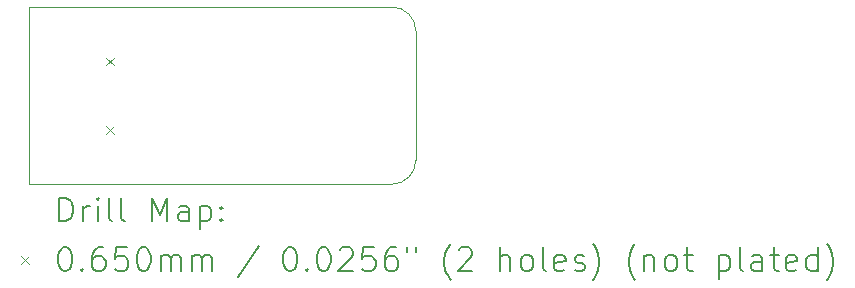
<source format=gbr>
%TF.GenerationSoftware,KiCad,Pcbnew,9.0.4*%
%TF.CreationDate,2025-08-24T10:48:39+01:00*%
%TF.ProjectId,usbc-7seg,75736263-2d37-4736-9567-2e6b69636164,rev?*%
%TF.SameCoordinates,Original*%
%TF.FileFunction,Drillmap*%
%TF.FilePolarity,Positive*%
%FSLAX45Y45*%
G04 Gerber Fmt 4.5, Leading zero omitted, Abs format (unit mm)*
G04 Created by KiCad (PCBNEW 9.0.4) date 2025-08-24 10:48:39*
%MOMM*%
%LPD*%
G01*
G04 APERTURE LIST*
%ADD10C,0.050000*%
%ADD11C,0.200000*%
%ADD12C,0.100000*%
G04 APERTURE END LIST*
D10*
X15700000Y-11098580D02*
X15700000Y-11100000D01*
X15900000Y-10898580D02*
G75*
G02*
X15700000Y-11098580I-200000J0D01*
G01*
X15700000Y-9600000D02*
G75*
G02*
X15900000Y-9800000I0J-200000D01*
G01*
X12625000Y-9600000D02*
X12625000Y-11100000D01*
X12625000Y-11100000D02*
X15700000Y-11100000D01*
X15900000Y-10898580D02*
X15900000Y-9800000D01*
X15700000Y-9600000D02*
X12625000Y-9600000D01*
D11*
D12*
X13278000Y-10028500D02*
X13343000Y-10093500D01*
X13343000Y-10028500D02*
X13278000Y-10093500D01*
X13278000Y-10606500D02*
X13343000Y-10671500D01*
X13343000Y-10606500D02*
X13278000Y-10671500D01*
D11*
X12883277Y-11413984D02*
X12883277Y-11213984D01*
X12883277Y-11213984D02*
X12930896Y-11213984D01*
X12930896Y-11213984D02*
X12959467Y-11223508D01*
X12959467Y-11223508D02*
X12978515Y-11242555D01*
X12978515Y-11242555D02*
X12988039Y-11261603D01*
X12988039Y-11261603D02*
X12997562Y-11299698D01*
X12997562Y-11299698D02*
X12997562Y-11328269D01*
X12997562Y-11328269D02*
X12988039Y-11366365D01*
X12988039Y-11366365D02*
X12978515Y-11385412D01*
X12978515Y-11385412D02*
X12959467Y-11404460D01*
X12959467Y-11404460D02*
X12930896Y-11413984D01*
X12930896Y-11413984D02*
X12883277Y-11413984D01*
X13083277Y-11413984D02*
X13083277Y-11280650D01*
X13083277Y-11318746D02*
X13092801Y-11299698D01*
X13092801Y-11299698D02*
X13102324Y-11290174D01*
X13102324Y-11290174D02*
X13121372Y-11280650D01*
X13121372Y-11280650D02*
X13140420Y-11280650D01*
X13207086Y-11413984D02*
X13207086Y-11280650D01*
X13207086Y-11213984D02*
X13197562Y-11223508D01*
X13197562Y-11223508D02*
X13207086Y-11233031D01*
X13207086Y-11233031D02*
X13216610Y-11223508D01*
X13216610Y-11223508D02*
X13207086Y-11213984D01*
X13207086Y-11213984D02*
X13207086Y-11233031D01*
X13330896Y-11413984D02*
X13311848Y-11404460D01*
X13311848Y-11404460D02*
X13302324Y-11385412D01*
X13302324Y-11385412D02*
X13302324Y-11213984D01*
X13435658Y-11413984D02*
X13416610Y-11404460D01*
X13416610Y-11404460D02*
X13407086Y-11385412D01*
X13407086Y-11385412D02*
X13407086Y-11213984D01*
X13664229Y-11413984D02*
X13664229Y-11213984D01*
X13664229Y-11213984D02*
X13730896Y-11356841D01*
X13730896Y-11356841D02*
X13797562Y-11213984D01*
X13797562Y-11213984D02*
X13797562Y-11413984D01*
X13978515Y-11413984D02*
X13978515Y-11309222D01*
X13978515Y-11309222D02*
X13968991Y-11290174D01*
X13968991Y-11290174D02*
X13949943Y-11280650D01*
X13949943Y-11280650D02*
X13911848Y-11280650D01*
X13911848Y-11280650D02*
X13892801Y-11290174D01*
X13978515Y-11404460D02*
X13959467Y-11413984D01*
X13959467Y-11413984D02*
X13911848Y-11413984D01*
X13911848Y-11413984D02*
X13892801Y-11404460D01*
X13892801Y-11404460D02*
X13883277Y-11385412D01*
X13883277Y-11385412D02*
X13883277Y-11366365D01*
X13883277Y-11366365D02*
X13892801Y-11347317D01*
X13892801Y-11347317D02*
X13911848Y-11337793D01*
X13911848Y-11337793D02*
X13959467Y-11337793D01*
X13959467Y-11337793D02*
X13978515Y-11328269D01*
X14073753Y-11280650D02*
X14073753Y-11480650D01*
X14073753Y-11290174D02*
X14092801Y-11280650D01*
X14092801Y-11280650D02*
X14130896Y-11280650D01*
X14130896Y-11280650D02*
X14149943Y-11290174D01*
X14149943Y-11290174D02*
X14159467Y-11299698D01*
X14159467Y-11299698D02*
X14168991Y-11318746D01*
X14168991Y-11318746D02*
X14168991Y-11375888D01*
X14168991Y-11375888D02*
X14159467Y-11394936D01*
X14159467Y-11394936D02*
X14149943Y-11404460D01*
X14149943Y-11404460D02*
X14130896Y-11413984D01*
X14130896Y-11413984D02*
X14092801Y-11413984D01*
X14092801Y-11413984D02*
X14073753Y-11404460D01*
X14254705Y-11394936D02*
X14264229Y-11404460D01*
X14264229Y-11404460D02*
X14254705Y-11413984D01*
X14254705Y-11413984D02*
X14245182Y-11404460D01*
X14245182Y-11404460D02*
X14254705Y-11394936D01*
X14254705Y-11394936D02*
X14254705Y-11413984D01*
X14254705Y-11290174D02*
X14264229Y-11299698D01*
X14264229Y-11299698D02*
X14254705Y-11309222D01*
X14254705Y-11309222D02*
X14245182Y-11299698D01*
X14245182Y-11299698D02*
X14254705Y-11290174D01*
X14254705Y-11290174D02*
X14254705Y-11309222D01*
D12*
X12557500Y-11710000D02*
X12622500Y-11775000D01*
X12622500Y-11710000D02*
X12557500Y-11775000D01*
D11*
X12921372Y-11633984D02*
X12940420Y-11633984D01*
X12940420Y-11633984D02*
X12959467Y-11643508D01*
X12959467Y-11643508D02*
X12968991Y-11653031D01*
X12968991Y-11653031D02*
X12978515Y-11672079D01*
X12978515Y-11672079D02*
X12988039Y-11710174D01*
X12988039Y-11710174D02*
X12988039Y-11757793D01*
X12988039Y-11757793D02*
X12978515Y-11795888D01*
X12978515Y-11795888D02*
X12968991Y-11814936D01*
X12968991Y-11814936D02*
X12959467Y-11824460D01*
X12959467Y-11824460D02*
X12940420Y-11833984D01*
X12940420Y-11833984D02*
X12921372Y-11833984D01*
X12921372Y-11833984D02*
X12902324Y-11824460D01*
X12902324Y-11824460D02*
X12892801Y-11814936D01*
X12892801Y-11814936D02*
X12883277Y-11795888D01*
X12883277Y-11795888D02*
X12873753Y-11757793D01*
X12873753Y-11757793D02*
X12873753Y-11710174D01*
X12873753Y-11710174D02*
X12883277Y-11672079D01*
X12883277Y-11672079D02*
X12892801Y-11653031D01*
X12892801Y-11653031D02*
X12902324Y-11643508D01*
X12902324Y-11643508D02*
X12921372Y-11633984D01*
X13073753Y-11814936D02*
X13083277Y-11824460D01*
X13083277Y-11824460D02*
X13073753Y-11833984D01*
X13073753Y-11833984D02*
X13064229Y-11824460D01*
X13064229Y-11824460D02*
X13073753Y-11814936D01*
X13073753Y-11814936D02*
X13073753Y-11833984D01*
X13254705Y-11633984D02*
X13216610Y-11633984D01*
X13216610Y-11633984D02*
X13197562Y-11643508D01*
X13197562Y-11643508D02*
X13188039Y-11653031D01*
X13188039Y-11653031D02*
X13168991Y-11681603D01*
X13168991Y-11681603D02*
X13159467Y-11719698D01*
X13159467Y-11719698D02*
X13159467Y-11795888D01*
X13159467Y-11795888D02*
X13168991Y-11814936D01*
X13168991Y-11814936D02*
X13178515Y-11824460D01*
X13178515Y-11824460D02*
X13197562Y-11833984D01*
X13197562Y-11833984D02*
X13235658Y-11833984D01*
X13235658Y-11833984D02*
X13254705Y-11824460D01*
X13254705Y-11824460D02*
X13264229Y-11814936D01*
X13264229Y-11814936D02*
X13273753Y-11795888D01*
X13273753Y-11795888D02*
X13273753Y-11748269D01*
X13273753Y-11748269D02*
X13264229Y-11729222D01*
X13264229Y-11729222D02*
X13254705Y-11719698D01*
X13254705Y-11719698D02*
X13235658Y-11710174D01*
X13235658Y-11710174D02*
X13197562Y-11710174D01*
X13197562Y-11710174D02*
X13178515Y-11719698D01*
X13178515Y-11719698D02*
X13168991Y-11729222D01*
X13168991Y-11729222D02*
X13159467Y-11748269D01*
X13454705Y-11633984D02*
X13359467Y-11633984D01*
X13359467Y-11633984D02*
X13349943Y-11729222D01*
X13349943Y-11729222D02*
X13359467Y-11719698D01*
X13359467Y-11719698D02*
X13378515Y-11710174D01*
X13378515Y-11710174D02*
X13426134Y-11710174D01*
X13426134Y-11710174D02*
X13445182Y-11719698D01*
X13445182Y-11719698D02*
X13454705Y-11729222D01*
X13454705Y-11729222D02*
X13464229Y-11748269D01*
X13464229Y-11748269D02*
X13464229Y-11795888D01*
X13464229Y-11795888D02*
X13454705Y-11814936D01*
X13454705Y-11814936D02*
X13445182Y-11824460D01*
X13445182Y-11824460D02*
X13426134Y-11833984D01*
X13426134Y-11833984D02*
X13378515Y-11833984D01*
X13378515Y-11833984D02*
X13359467Y-11824460D01*
X13359467Y-11824460D02*
X13349943Y-11814936D01*
X13588039Y-11633984D02*
X13607086Y-11633984D01*
X13607086Y-11633984D02*
X13626134Y-11643508D01*
X13626134Y-11643508D02*
X13635658Y-11653031D01*
X13635658Y-11653031D02*
X13645182Y-11672079D01*
X13645182Y-11672079D02*
X13654705Y-11710174D01*
X13654705Y-11710174D02*
X13654705Y-11757793D01*
X13654705Y-11757793D02*
X13645182Y-11795888D01*
X13645182Y-11795888D02*
X13635658Y-11814936D01*
X13635658Y-11814936D02*
X13626134Y-11824460D01*
X13626134Y-11824460D02*
X13607086Y-11833984D01*
X13607086Y-11833984D02*
X13588039Y-11833984D01*
X13588039Y-11833984D02*
X13568991Y-11824460D01*
X13568991Y-11824460D02*
X13559467Y-11814936D01*
X13559467Y-11814936D02*
X13549943Y-11795888D01*
X13549943Y-11795888D02*
X13540420Y-11757793D01*
X13540420Y-11757793D02*
X13540420Y-11710174D01*
X13540420Y-11710174D02*
X13549943Y-11672079D01*
X13549943Y-11672079D02*
X13559467Y-11653031D01*
X13559467Y-11653031D02*
X13568991Y-11643508D01*
X13568991Y-11643508D02*
X13588039Y-11633984D01*
X13740420Y-11833984D02*
X13740420Y-11700650D01*
X13740420Y-11719698D02*
X13749943Y-11710174D01*
X13749943Y-11710174D02*
X13768991Y-11700650D01*
X13768991Y-11700650D02*
X13797563Y-11700650D01*
X13797563Y-11700650D02*
X13816610Y-11710174D01*
X13816610Y-11710174D02*
X13826134Y-11729222D01*
X13826134Y-11729222D02*
X13826134Y-11833984D01*
X13826134Y-11729222D02*
X13835658Y-11710174D01*
X13835658Y-11710174D02*
X13854705Y-11700650D01*
X13854705Y-11700650D02*
X13883277Y-11700650D01*
X13883277Y-11700650D02*
X13902324Y-11710174D01*
X13902324Y-11710174D02*
X13911848Y-11729222D01*
X13911848Y-11729222D02*
X13911848Y-11833984D01*
X14007086Y-11833984D02*
X14007086Y-11700650D01*
X14007086Y-11719698D02*
X14016610Y-11710174D01*
X14016610Y-11710174D02*
X14035658Y-11700650D01*
X14035658Y-11700650D02*
X14064229Y-11700650D01*
X14064229Y-11700650D02*
X14083277Y-11710174D01*
X14083277Y-11710174D02*
X14092801Y-11729222D01*
X14092801Y-11729222D02*
X14092801Y-11833984D01*
X14092801Y-11729222D02*
X14102324Y-11710174D01*
X14102324Y-11710174D02*
X14121372Y-11700650D01*
X14121372Y-11700650D02*
X14149943Y-11700650D01*
X14149943Y-11700650D02*
X14168991Y-11710174D01*
X14168991Y-11710174D02*
X14178515Y-11729222D01*
X14178515Y-11729222D02*
X14178515Y-11833984D01*
X14568991Y-11624460D02*
X14397563Y-11881603D01*
X14826134Y-11633984D02*
X14845182Y-11633984D01*
X14845182Y-11633984D02*
X14864229Y-11643508D01*
X14864229Y-11643508D02*
X14873753Y-11653031D01*
X14873753Y-11653031D02*
X14883277Y-11672079D01*
X14883277Y-11672079D02*
X14892801Y-11710174D01*
X14892801Y-11710174D02*
X14892801Y-11757793D01*
X14892801Y-11757793D02*
X14883277Y-11795888D01*
X14883277Y-11795888D02*
X14873753Y-11814936D01*
X14873753Y-11814936D02*
X14864229Y-11824460D01*
X14864229Y-11824460D02*
X14845182Y-11833984D01*
X14845182Y-11833984D02*
X14826134Y-11833984D01*
X14826134Y-11833984D02*
X14807086Y-11824460D01*
X14807086Y-11824460D02*
X14797563Y-11814936D01*
X14797563Y-11814936D02*
X14788039Y-11795888D01*
X14788039Y-11795888D02*
X14778515Y-11757793D01*
X14778515Y-11757793D02*
X14778515Y-11710174D01*
X14778515Y-11710174D02*
X14788039Y-11672079D01*
X14788039Y-11672079D02*
X14797563Y-11653031D01*
X14797563Y-11653031D02*
X14807086Y-11643508D01*
X14807086Y-11643508D02*
X14826134Y-11633984D01*
X14978515Y-11814936D02*
X14988039Y-11824460D01*
X14988039Y-11824460D02*
X14978515Y-11833984D01*
X14978515Y-11833984D02*
X14968991Y-11824460D01*
X14968991Y-11824460D02*
X14978515Y-11814936D01*
X14978515Y-11814936D02*
X14978515Y-11833984D01*
X15111848Y-11633984D02*
X15130896Y-11633984D01*
X15130896Y-11633984D02*
X15149944Y-11643508D01*
X15149944Y-11643508D02*
X15159467Y-11653031D01*
X15159467Y-11653031D02*
X15168991Y-11672079D01*
X15168991Y-11672079D02*
X15178515Y-11710174D01*
X15178515Y-11710174D02*
X15178515Y-11757793D01*
X15178515Y-11757793D02*
X15168991Y-11795888D01*
X15168991Y-11795888D02*
X15159467Y-11814936D01*
X15159467Y-11814936D02*
X15149944Y-11824460D01*
X15149944Y-11824460D02*
X15130896Y-11833984D01*
X15130896Y-11833984D02*
X15111848Y-11833984D01*
X15111848Y-11833984D02*
X15092801Y-11824460D01*
X15092801Y-11824460D02*
X15083277Y-11814936D01*
X15083277Y-11814936D02*
X15073753Y-11795888D01*
X15073753Y-11795888D02*
X15064229Y-11757793D01*
X15064229Y-11757793D02*
X15064229Y-11710174D01*
X15064229Y-11710174D02*
X15073753Y-11672079D01*
X15073753Y-11672079D02*
X15083277Y-11653031D01*
X15083277Y-11653031D02*
X15092801Y-11643508D01*
X15092801Y-11643508D02*
X15111848Y-11633984D01*
X15254706Y-11653031D02*
X15264229Y-11643508D01*
X15264229Y-11643508D02*
X15283277Y-11633984D01*
X15283277Y-11633984D02*
X15330896Y-11633984D01*
X15330896Y-11633984D02*
X15349944Y-11643508D01*
X15349944Y-11643508D02*
X15359467Y-11653031D01*
X15359467Y-11653031D02*
X15368991Y-11672079D01*
X15368991Y-11672079D02*
X15368991Y-11691127D01*
X15368991Y-11691127D02*
X15359467Y-11719698D01*
X15359467Y-11719698D02*
X15245182Y-11833984D01*
X15245182Y-11833984D02*
X15368991Y-11833984D01*
X15549944Y-11633984D02*
X15454706Y-11633984D01*
X15454706Y-11633984D02*
X15445182Y-11729222D01*
X15445182Y-11729222D02*
X15454706Y-11719698D01*
X15454706Y-11719698D02*
X15473753Y-11710174D01*
X15473753Y-11710174D02*
X15521372Y-11710174D01*
X15521372Y-11710174D02*
X15540420Y-11719698D01*
X15540420Y-11719698D02*
X15549944Y-11729222D01*
X15549944Y-11729222D02*
X15559467Y-11748269D01*
X15559467Y-11748269D02*
X15559467Y-11795888D01*
X15559467Y-11795888D02*
X15549944Y-11814936D01*
X15549944Y-11814936D02*
X15540420Y-11824460D01*
X15540420Y-11824460D02*
X15521372Y-11833984D01*
X15521372Y-11833984D02*
X15473753Y-11833984D01*
X15473753Y-11833984D02*
X15454706Y-11824460D01*
X15454706Y-11824460D02*
X15445182Y-11814936D01*
X15730896Y-11633984D02*
X15692801Y-11633984D01*
X15692801Y-11633984D02*
X15673753Y-11643508D01*
X15673753Y-11643508D02*
X15664229Y-11653031D01*
X15664229Y-11653031D02*
X15645182Y-11681603D01*
X15645182Y-11681603D02*
X15635658Y-11719698D01*
X15635658Y-11719698D02*
X15635658Y-11795888D01*
X15635658Y-11795888D02*
X15645182Y-11814936D01*
X15645182Y-11814936D02*
X15654706Y-11824460D01*
X15654706Y-11824460D02*
X15673753Y-11833984D01*
X15673753Y-11833984D02*
X15711848Y-11833984D01*
X15711848Y-11833984D02*
X15730896Y-11824460D01*
X15730896Y-11824460D02*
X15740420Y-11814936D01*
X15740420Y-11814936D02*
X15749944Y-11795888D01*
X15749944Y-11795888D02*
X15749944Y-11748269D01*
X15749944Y-11748269D02*
X15740420Y-11729222D01*
X15740420Y-11729222D02*
X15730896Y-11719698D01*
X15730896Y-11719698D02*
X15711848Y-11710174D01*
X15711848Y-11710174D02*
X15673753Y-11710174D01*
X15673753Y-11710174D02*
X15654706Y-11719698D01*
X15654706Y-11719698D02*
X15645182Y-11729222D01*
X15645182Y-11729222D02*
X15635658Y-11748269D01*
X15826134Y-11633984D02*
X15826134Y-11672079D01*
X15902325Y-11633984D02*
X15902325Y-11672079D01*
X16197563Y-11910174D02*
X16188039Y-11900650D01*
X16188039Y-11900650D02*
X16168991Y-11872079D01*
X16168991Y-11872079D02*
X16159468Y-11853031D01*
X16159468Y-11853031D02*
X16149944Y-11824460D01*
X16149944Y-11824460D02*
X16140420Y-11776841D01*
X16140420Y-11776841D02*
X16140420Y-11738746D01*
X16140420Y-11738746D02*
X16149944Y-11691127D01*
X16149944Y-11691127D02*
X16159468Y-11662555D01*
X16159468Y-11662555D02*
X16168991Y-11643508D01*
X16168991Y-11643508D02*
X16188039Y-11614936D01*
X16188039Y-11614936D02*
X16197563Y-11605412D01*
X16264229Y-11653031D02*
X16273753Y-11643508D01*
X16273753Y-11643508D02*
X16292801Y-11633984D01*
X16292801Y-11633984D02*
X16340420Y-11633984D01*
X16340420Y-11633984D02*
X16359468Y-11643508D01*
X16359468Y-11643508D02*
X16368991Y-11653031D01*
X16368991Y-11653031D02*
X16378515Y-11672079D01*
X16378515Y-11672079D02*
X16378515Y-11691127D01*
X16378515Y-11691127D02*
X16368991Y-11719698D01*
X16368991Y-11719698D02*
X16254706Y-11833984D01*
X16254706Y-11833984D02*
X16378515Y-11833984D01*
X16616610Y-11833984D02*
X16616610Y-11633984D01*
X16702325Y-11833984D02*
X16702325Y-11729222D01*
X16702325Y-11729222D02*
X16692801Y-11710174D01*
X16692801Y-11710174D02*
X16673753Y-11700650D01*
X16673753Y-11700650D02*
X16645182Y-11700650D01*
X16645182Y-11700650D02*
X16626134Y-11710174D01*
X16626134Y-11710174D02*
X16616610Y-11719698D01*
X16826134Y-11833984D02*
X16807087Y-11824460D01*
X16807087Y-11824460D02*
X16797563Y-11814936D01*
X16797563Y-11814936D02*
X16788039Y-11795888D01*
X16788039Y-11795888D02*
X16788039Y-11738746D01*
X16788039Y-11738746D02*
X16797563Y-11719698D01*
X16797563Y-11719698D02*
X16807087Y-11710174D01*
X16807087Y-11710174D02*
X16826134Y-11700650D01*
X16826134Y-11700650D02*
X16854706Y-11700650D01*
X16854706Y-11700650D02*
X16873753Y-11710174D01*
X16873753Y-11710174D02*
X16883277Y-11719698D01*
X16883277Y-11719698D02*
X16892801Y-11738746D01*
X16892801Y-11738746D02*
X16892801Y-11795888D01*
X16892801Y-11795888D02*
X16883277Y-11814936D01*
X16883277Y-11814936D02*
X16873753Y-11824460D01*
X16873753Y-11824460D02*
X16854706Y-11833984D01*
X16854706Y-11833984D02*
X16826134Y-11833984D01*
X17007087Y-11833984D02*
X16988039Y-11824460D01*
X16988039Y-11824460D02*
X16978515Y-11805412D01*
X16978515Y-11805412D02*
X16978515Y-11633984D01*
X17159468Y-11824460D02*
X17140420Y-11833984D01*
X17140420Y-11833984D02*
X17102325Y-11833984D01*
X17102325Y-11833984D02*
X17083277Y-11824460D01*
X17083277Y-11824460D02*
X17073753Y-11805412D01*
X17073753Y-11805412D02*
X17073753Y-11729222D01*
X17073753Y-11729222D02*
X17083277Y-11710174D01*
X17083277Y-11710174D02*
X17102325Y-11700650D01*
X17102325Y-11700650D02*
X17140420Y-11700650D01*
X17140420Y-11700650D02*
X17159468Y-11710174D01*
X17159468Y-11710174D02*
X17168992Y-11729222D01*
X17168992Y-11729222D02*
X17168992Y-11748269D01*
X17168992Y-11748269D02*
X17073753Y-11767317D01*
X17245182Y-11824460D02*
X17264230Y-11833984D01*
X17264230Y-11833984D02*
X17302325Y-11833984D01*
X17302325Y-11833984D02*
X17321373Y-11824460D01*
X17321373Y-11824460D02*
X17330896Y-11805412D01*
X17330896Y-11805412D02*
X17330896Y-11795888D01*
X17330896Y-11795888D02*
X17321373Y-11776841D01*
X17321373Y-11776841D02*
X17302325Y-11767317D01*
X17302325Y-11767317D02*
X17273753Y-11767317D01*
X17273753Y-11767317D02*
X17254706Y-11757793D01*
X17254706Y-11757793D02*
X17245182Y-11738746D01*
X17245182Y-11738746D02*
X17245182Y-11729222D01*
X17245182Y-11729222D02*
X17254706Y-11710174D01*
X17254706Y-11710174D02*
X17273753Y-11700650D01*
X17273753Y-11700650D02*
X17302325Y-11700650D01*
X17302325Y-11700650D02*
X17321373Y-11710174D01*
X17397563Y-11910174D02*
X17407087Y-11900650D01*
X17407087Y-11900650D02*
X17426134Y-11872079D01*
X17426134Y-11872079D02*
X17435658Y-11853031D01*
X17435658Y-11853031D02*
X17445182Y-11824460D01*
X17445182Y-11824460D02*
X17454706Y-11776841D01*
X17454706Y-11776841D02*
X17454706Y-11738746D01*
X17454706Y-11738746D02*
X17445182Y-11691127D01*
X17445182Y-11691127D02*
X17435658Y-11662555D01*
X17435658Y-11662555D02*
X17426134Y-11643508D01*
X17426134Y-11643508D02*
X17407087Y-11614936D01*
X17407087Y-11614936D02*
X17397563Y-11605412D01*
X17759468Y-11910174D02*
X17749944Y-11900650D01*
X17749944Y-11900650D02*
X17730896Y-11872079D01*
X17730896Y-11872079D02*
X17721373Y-11853031D01*
X17721373Y-11853031D02*
X17711849Y-11824460D01*
X17711849Y-11824460D02*
X17702325Y-11776841D01*
X17702325Y-11776841D02*
X17702325Y-11738746D01*
X17702325Y-11738746D02*
X17711849Y-11691127D01*
X17711849Y-11691127D02*
X17721373Y-11662555D01*
X17721373Y-11662555D02*
X17730896Y-11643508D01*
X17730896Y-11643508D02*
X17749944Y-11614936D01*
X17749944Y-11614936D02*
X17759468Y-11605412D01*
X17835658Y-11700650D02*
X17835658Y-11833984D01*
X17835658Y-11719698D02*
X17845182Y-11710174D01*
X17845182Y-11710174D02*
X17864230Y-11700650D01*
X17864230Y-11700650D02*
X17892801Y-11700650D01*
X17892801Y-11700650D02*
X17911849Y-11710174D01*
X17911849Y-11710174D02*
X17921373Y-11729222D01*
X17921373Y-11729222D02*
X17921373Y-11833984D01*
X18045182Y-11833984D02*
X18026134Y-11824460D01*
X18026134Y-11824460D02*
X18016611Y-11814936D01*
X18016611Y-11814936D02*
X18007087Y-11795888D01*
X18007087Y-11795888D02*
X18007087Y-11738746D01*
X18007087Y-11738746D02*
X18016611Y-11719698D01*
X18016611Y-11719698D02*
X18026134Y-11710174D01*
X18026134Y-11710174D02*
X18045182Y-11700650D01*
X18045182Y-11700650D02*
X18073754Y-11700650D01*
X18073754Y-11700650D02*
X18092801Y-11710174D01*
X18092801Y-11710174D02*
X18102325Y-11719698D01*
X18102325Y-11719698D02*
X18111849Y-11738746D01*
X18111849Y-11738746D02*
X18111849Y-11795888D01*
X18111849Y-11795888D02*
X18102325Y-11814936D01*
X18102325Y-11814936D02*
X18092801Y-11824460D01*
X18092801Y-11824460D02*
X18073754Y-11833984D01*
X18073754Y-11833984D02*
X18045182Y-11833984D01*
X18168992Y-11700650D02*
X18245182Y-11700650D01*
X18197563Y-11633984D02*
X18197563Y-11805412D01*
X18197563Y-11805412D02*
X18207087Y-11824460D01*
X18207087Y-11824460D02*
X18226134Y-11833984D01*
X18226134Y-11833984D02*
X18245182Y-11833984D01*
X18464230Y-11700650D02*
X18464230Y-11900650D01*
X18464230Y-11710174D02*
X18483277Y-11700650D01*
X18483277Y-11700650D02*
X18521373Y-11700650D01*
X18521373Y-11700650D02*
X18540420Y-11710174D01*
X18540420Y-11710174D02*
X18549944Y-11719698D01*
X18549944Y-11719698D02*
X18559468Y-11738746D01*
X18559468Y-11738746D02*
X18559468Y-11795888D01*
X18559468Y-11795888D02*
X18549944Y-11814936D01*
X18549944Y-11814936D02*
X18540420Y-11824460D01*
X18540420Y-11824460D02*
X18521373Y-11833984D01*
X18521373Y-11833984D02*
X18483277Y-11833984D01*
X18483277Y-11833984D02*
X18464230Y-11824460D01*
X18673754Y-11833984D02*
X18654706Y-11824460D01*
X18654706Y-11824460D02*
X18645182Y-11805412D01*
X18645182Y-11805412D02*
X18645182Y-11633984D01*
X18835658Y-11833984D02*
X18835658Y-11729222D01*
X18835658Y-11729222D02*
X18826135Y-11710174D01*
X18826135Y-11710174D02*
X18807087Y-11700650D01*
X18807087Y-11700650D02*
X18768992Y-11700650D01*
X18768992Y-11700650D02*
X18749944Y-11710174D01*
X18835658Y-11824460D02*
X18816611Y-11833984D01*
X18816611Y-11833984D02*
X18768992Y-11833984D01*
X18768992Y-11833984D02*
X18749944Y-11824460D01*
X18749944Y-11824460D02*
X18740420Y-11805412D01*
X18740420Y-11805412D02*
X18740420Y-11786365D01*
X18740420Y-11786365D02*
X18749944Y-11767317D01*
X18749944Y-11767317D02*
X18768992Y-11757793D01*
X18768992Y-11757793D02*
X18816611Y-11757793D01*
X18816611Y-11757793D02*
X18835658Y-11748269D01*
X18902325Y-11700650D02*
X18978515Y-11700650D01*
X18930896Y-11633984D02*
X18930896Y-11805412D01*
X18930896Y-11805412D02*
X18940420Y-11824460D01*
X18940420Y-11824460D02*
X18959468Y-11833984D01*
X18959468Y-11833984D02*
X18978515Y-11833984D01*
X19121373Y-11824460D02*
X19102325Y-11833984D01*
X19102325Y-11833984D02*
X19064230Y-11833984D01*
X19064230Y-11833984D02*
X19045182Y-11824460D01*
X19045182Y-11824460D02*
X19035658Y-11805412D01*
X19035658Y-11805412D02*
X19035658Y-11729222D01*
X19035658Y-11729222D02*
X19045182Y-11710174D01*
X19045182Y-11710174D02*
X19064230Y-11700650D01*
X19064230Y-11700650D02*
X19102325Y-11700650D01*
X19102325Y-11700650D02*
X19121373Y-11710174D01*
X19121373Y-11710174D02*
X19130896Y-11729222D01*
X19130896Y-11729222D02*
X19130896Y-11748269D01*
X19130896Y-11748269D02*
X19035658Y-11767317D01*
X19302325Y-11833984D02*
X19302325Y-11633984D01*
X19302325Y-11824460D02*
X19283277Y-11833984D01*
X19283277Y-11833984D02*
X19245182Y-11833984D01*
X19245182Y-11833984D02*
X19226135Y-11824460D01*
X19226135Y-11824460D02*
X19216611Y-11814936D01*
X19216611Y-11814936D02*
X19207087Y-11795888D01*
X19207087Y-11795888D02*
X19207087Y-11738746D01*
X19207087Y-11738746D02*
X19216611Y-11719698D01*
X19216611Y-11719698D02*
X19226135Y-11710174D01*
X19226135Y-11710174D02*
X19245182Y-11700650D01*
X19245182Y-11700650D02*
X19283277Y-11700650D01*
X19283277Y-11700650D02*
X19302325Y-11710174D01*
X19378516Y-11910174D02*
X19388039Y-11900650D01*
X19388039Y-11900650D02*
X19407087Y-11872079D01*
X19407087Y-11872079D02*
X19416611Y-11853031D01*
X19416611Y-11853031D02*
X19426135Y-11824460D01*
X19426135Y-11824460D02*
X19435658Y-11776841D01*
X19435658Y-11776841D02*
X19435658Y-11738746D01*
X19435658Y-11738746D02*
X19426135Y-11691127D01*
X19426135Y-11691127D02*
X19416611Y-11662555D01*
X19416611Y-11662555D02*
X19407087Y-11643508D01*
X19407087Y-11643508D02*
X19388039Y-11614936D01*
X19388039Y-11614936D02*
X19378516Y-11605412D01*
M02*

</source>
